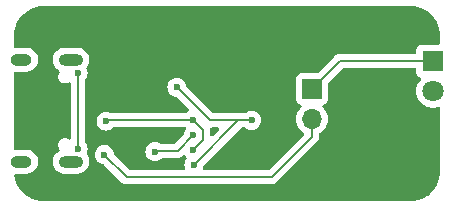
<source format=gbr>
%TF.GenerationSoftware,KiCad,Pcbnew,8.0.4*%
%TF.CreationDate,2024-08-19T16:14:03-07:00*%
%TF.ProjectId,LED flashlight,4c454420-666c-4617-9368-6c696768742e,rev?*%
%TF.SameCoordinates,Original*%
%TF.FileFunction,Copper,L2,Bot*%
%TF.FilePolarity,Positive*%
%FSLAX46Y46*%
G04 Gerber Fmt 4.6, Leading zero omitted, Abs format (unit mm)*
G04 Created by KiCad (PCBNEW 8.0.4) date 2024-08-19 16:14:03*
%MOMM*%
%LPD*%
G01*
G04 APERTURE LIST*
%TA.AperFunction,ComponentPad*%
%ADD10O,2.100000X1.000000*%
%TD*%
%TA.AperFunction,ComponentPad*%
%ADD11O,1.800000X1.000000*%
%TD*%
%TA.AperFunction,ComponentPad*%
%ADD12R,1.800000X1.800000*%
%TD*%
%TA.AperFunction,ComponentPad*%
%ADD13C,1.800000*%
%TD*%
%TA.AperFunction,ComponentPad*%
%ADD14R,1.700000X1.700000*%
%TD*%
%TA.AperFunction,ComponentPad*%
%ADD15O,1.700000X1.700000*%
%TD*%
%TA.AperFunction,ViaPad*%
%ADD16C,0.600000*%
%TD*%
%TA.AperFunction,Conductor*%
%ADD17C,0.200000*%
%TD*%
G04 APERTURE END LIST*
D10*
%TO.P,P1,S1,SHIELD*%
%TO.N,unconnected-(P1-SHIELD-PadS1)*%
X129105000Y-87950000D03*
D11*
X124925000Y-87950000D03*
D10*
X129105000Y-96590000D03*
D11*
X124925000Y-96590000D03*
%TD*%
D12*
%TO.P,D3,1,K*%
%TO.N,Net-(BT1-+)*%
X159755000Y-88065000D03*
D13*
%TO.P,D3,2,A*%
%TO.N,Net-(D3-A)*%
X159755000Y-90605000D03*
%TD*%
D14*
%TO.P,BT1,1,+*%
%TO.N,Net-(BT1-+)*%
X149520000Y-90425000D03*
D15*
%TO.P,BT1,2,-*%
%TO.N,Earth*%
X149520000Y-92965000D03*
%TD*%
D16*
%TO.N,Earth*%
X129725000Y-95470000D03*
X129725000Y-89070000D03*
X131947500Y-95990000D03*
X132085000Y-93150000D03*
X139460000Y-95620000D03*
X139430000Y-93030000D03*
%TO.N,Net-(D2-A)*%
X138080000Y-90280000D03*
X144410000Y-93080000D03*
X139520000Y-96860000D03*
%TO.N,Net-(U1-PROG)*%
X139460000Y-94350000D03*
X136220000Y-95730000D03*
%TD*%
D17*
%TO.N,Net-(BT1-+)*%
X151880000Y-88065000D02*
X149520000Y-90425000D01*
X159755000Y-88065000D02*
X151880000Y-88065000D01*
%TO.N,Earth*%
X129725000Y-89070000D02*
X129725000Y-95470000D01*
X133837500Y-97880000D02*
X131947500Y-95990000D01*
X146100000Y-97880000D02*
X133837500Y-97880000D01*
X149520000Y-94460000D02*
X146100000Y-97880000D01*
X149520000Y-92965000D02*
X149520000Y-94460000D01*
X132205000Y-93030000D02*
X132085000Y-93150000D01*
X139430000Y-93030000D02*
X132205000Y-93030000D01*
X139430000Y-93030000D02*
X140320000Y-93920000D01*
X140320000Y-94760000D02*
X139460000Y-95620000D01*
X140320000Y-93920000D02*
X140320000Y-94760000D01*
%TO.N,Net-(D2-A)*%
X140880000Y-93080000D02*
X138080000Y-90280000D01*
X144410000Y-93080000D02*
X140880000Y-93080000D01*
X143300000Y-93080000D02*
X144410000Y-93080000D01*
X139520000Y-96860000D02*
X143300000Y-93080000D01*
%TO.N,Net-(U1-PROG)*%
X136220000Y-95730000D02*
X136290000Y-95660000D01*
X136290000Y-95660000D02*
X138150000Y-95660000D01*
X138150000Y-95660000D02*
X139460000Y-94350000D01*
%TD*%
%TA.AperFunction,NonConductor*%
G36*
X141617942Y-93700185D02*
G01*
X141663697Y-93752989D01*
X141673641Y-93822147D01*
X141644616Y-93885703D01*
X141638584Y-93892181D01*
X141132181Y-94398584D01*
X141070858Y-94432069D01*
X141001166Y-94427085D01*
X140945233Y-94385213D01*
X140920816Y-94319749D01*
X140920500Y-94310903D01*
X140920500Y-93840945D01*
X140920500Y-93840943D01*
X140919334Y-93836591D01*
X140920997Y-93766744D01*
X140960159Y-93708881D01*
X141024388Y-93681377D01*
X141039109Y-93680500D01*
X141550903Y-93680500D01*
X141617942Y-93700185D01*
G37*
%TD.AperFunction*%
%TA.AperFunction,NonConductor*%
G36*
X157893736Y-83410726D02*
G01*
X158183796Y-83428271D01*
X158198659Y-83430076D01*
X158480798Y-83481780D01*
X158495335Y-83485363D01*
X158769172Y-83570695D01*
X158783163Y-83576000D01*
X159044743Y-83693727D01*
X159057989Y-83700680D01*
X159303465Y-83849075D01*
X159315776Y-83857573D01*
X159541573Y-84034473D01*
X159552781Y-84044403D01*
X159755596Y-84247218D01*
X159765526Y-84258426D01*
X159885481Y-84411538D01*
X159942422Y-84484217D01*
X159950928Y-84496540D01*
X160099316Y-84742004D01*
X160106275Y-84755263D01*
X160223997Y-85016831D01*
X160229306Y-85030832D01*
X160314635Y-85304663D01*
X160318219Y-85319201D01*
X160369923Y-85601340D01*
X160371728Y-85616205D01*
X160389274Y-85906263D01*
X160389500Y-85913750D01*
X160389500Y-86540500D01*
X160369815Y-86607539D01*
X160317011Y-86653294D01*
X160265500Y-86664500D01*
X158807129Y-86664500D01*
X158807123Y-86664501D01*
X158747516Y-86670908D01*
X158612671Y-86721202D01*
X158612664Y-86721206D01*
X158497455Y-86807452D01*
X158497452Y-86807455D01*
X158411206Y-86922664D01*
X158411202Y-86922671D01*
X158360908Y-87057517D01*
X158354501Y-87117116D01*
X158354500Y-87117135D01*
X158354500Y-87340500D01*
X158334815Y-87407539D01*
X158282011Y-87453294D01*
X158230500Y-87464500D01*
X151966669Y-87464500D01*
X151966653Y-87464499D01*
X151959057Y-87464499D01*
X151800943Y-87464499D01*
X151693587Y-87493265D01*
X151648210Y-87505424D01*
X151648209Y-87505425D01*
X151598096Y-87534359D01*
X151598095Y-87534360D01*
X151554689Y-87559420D01*
X151511285Y-87584479D01*
X151511282Y-87584481D01*
X151399478Y-87696286D01*
X150057582Y-89038181D01*
X149996259Y-89071666D01*
X149969901Y-89074500D01*
X148622129Y-89074500D01*
X148622123Y-89074501D01*
X148562516Y-89080908D01*
X148427671Y-89131202D01*
X148427664Y-89131206D01*
X148312455Y-89217452D01*
X148312452Y-89217455D01*
X148226206Y-89332664D01*
X148226202Y-89332671D01*
X148175908Y-89467517D01*
X148169501Y-89527116D01*
X148169500Y-89527135D01*
X148169500Y-91322870D01*
X148169501Y-91322876D01*
X148175908Y-91382483D01*
X148226202Y-91517328D01*
X148226206Y-91517335D01*
X148312452Y-91632544D01*
X148312455Y-91632547D01*
X148427664Y-91718793D01*
X148427671Y-91718797D01*
X148559081Y-91767810D01*
X148615015Y-91809681D01*
X148639432Y-91875145D01*
X148624580Y-91943418D01*
X148603430Y-91971673D01*
X148481503Y-92093600D01*
X148345965Y-92287169D01*
X148345964Y-92287171D01*
X148246098Y-92501335D01*
X148246094Y-92501344D01*
X148184938Y-92729586D01*
X148184936Y-92729596D01*
X148164341Y-92964999D01*
X148164341Y-92965000D01*
X148184936Y-93200403D01*
X148184938Y-93200413D01*
X148246094Y-93428655D01*
X148246096Y-93428659D01*
X148246097Y-93428663D01*
X148279140Y-93499523D01*
X148345965Y-93642830D01*
X148345967Y-93642834D01*
X148481501Y-93836395D01*
X148481506Y-93836402D01*
X148648597Y-94003493D01*
X148648603Y-94003498D01*
X148809083Y-94115867D01*
X148852708Y-94170444D01*
X148859902Y-94239942D01*
X148828379Y-94302297D01*
X148825641Y-94305123D01*
X145887584Y-97243181D01*
X145826261Y-97276666D01*
X145799903Y-97279500D01*
X140396065Y-97279500D01*
X140329026Y-97259815D01*
X140283271Y-97207011D01*
X140273327Y-97137853D01*
X140279023Y-97114546D01*
X140305367Y-97039257D01*
X140305368Y-97039255D01*
X140315161Y-96952329D01*
X140342226Y-96887918D01*
X140350690Y-96878543D01*
X143512416Y-93716819D01*
X143573739Y-93683334D01*
X143600097Y-93680500D01*
X143827588Y-93680500D01*
X143894627Y-93700185D01*
X143904903Y-93707555D01*
X143907736Y-93709814D01*
X143907738Y-93709816D01*
X144060478Y-93805789D01*
X144230745Y-93865368D01*
X144230750Y-93865369D01*
X144409996Y-93885565D01*
X144410000Y-93885565D01*
X144410004Y-93885565D01*
X144589249Y-93865369D01*
X144589252Y-93865368D01*
X144589255Y-93865368D01*
X144759522Y-93805789D01*
X144912262Y-93709816D01*
X145039816Y-93582262D01*
X145135789Y-93429522D01*
X145195368Y-93259255D01*
X145201998Y-93200413D01*
X145215565Y-93080003D01*
X145215565Y-93079996D01*
X145195369Y-92900750D01*
X145195368Y-92900745D01*
X145135788Y-92730476D01*
X145039815Y-92577737D01*
X144912262Y-92450184D01*
X144759523Y-92354211D01*
X144589254Y-92294631D01*
X144589249Y-92294630D01*
X144410004Y-92274435D01*
X144409996Y-92274435D01*
X144230750Y-92294630D01*
X144230745Y-92294631D01*
X144060476Y-92354211D01*
X143907736Y-92450185D01*
X143904903Y-92452445D01*
X143902724Y-92453334D01*
X143901842Y-92453889D01*
X143901744Y-92453734D01*
X143840217Y-92478855D01*
X143827588Y-92479500D01*
X141180097Y-92479500D01*
X141113058Y-92459815D01*
X141092416Y-92443181D01*
X138910700Y-90261465D01*
X138877215Y-90200142D01*
X138875163Y-90187686D01*
X138865368Y-90100745D01*
X138805789Y-89930478D01*
X138709816Y-89777738D01*
X138582262Y-89650184D01*
X138525201Y-89614330D01*
X138429523Y-89554211D01*
X138259254Y-89494631D01*
X138259249Y-89494630D01*
X138080004Y-89474435D01*
X138079996Y-89474435D01*
X137900750Y-89494630D01*
X137900745Y-89494631D01*
X137730476Y-89554211D01*
X137577737Y-89650184D01*
X137450184Y-89777737D01*
X137354211Y-89930476D01*
X137294631Y-90100745D01*
X137294630Y-90100750D01*
X137274435Y-90279996D01*
X137274435Y-90280003D01*
X137294630Y-90459249D01*
X137294631Y-90459254D01*
X137354211Y-90629523D01*
X137450184Y-90782262D01*
X137577738Y-90909816D01*
X137730478Y-91005789D01*
X137900745Y-91065368D01*
X137987669Y-91075161D01*
X138052080Y-91102226D01*
X138061465Y-91110700D01*
X139077692Y-92126927D01*
X139111177Y-92188250D01*
X139106193Y-92257942D01*
X139064321Y-92313875D01*
X139055983Y-92319602D01*
X138927736Y-92400185D01*
X138924903Y-92402445D01*
X138922724Y-92403334D01*
X138921842Y-92403889D01*
X138921744Y-92403734D01*
X138860217Y-92428855D01*
X138847588Y-92429500D01*
X132470705Y-92429500D01*
X132429750Y-92422541D01*
X132264262Y-92364633D01*
X132264249Y-92364630D01*
X132085004Y-92344435D01*
X132084996Y-92344435D01*
X131905750Y-92364630D01*
X131905745Y-92364631D01*
X131735476Y-92424211D01*
X131582737Y-92520184D01*
X131455184Y-92647737D01*
X131359211Y-92800476D01*
X131299631Y-92970745D01*
X131299630Y-92970750D01*
X131279435Y-93149996D01*
X131279435Y-93150003D01*
X131299630Y-93329249D01*
X131299631Y-93329254D01*
X131359211Y-93499523D01*
X131411200Y-93582262D01*
X131455184Y-93652262D01*
X131582738Y-93779816D01*
X131624072Y-93805788D01*
X131718894Y-93865369D01*
X131735478Y-93875789D01*
X131763811Y-93885703D01*
X131905745Y-93935368D01*
X131905750Y-93935369D01*
X132084996Y-93955565D01*
X132085000Y-93955565D01*
X132085004Y-93955565D01*
X132264249Y-93935369D01*
X132264252Y-93935368D01*
X132264255Y-93935368D01*
X132434522Y-93875789D01*
X132587262Y-93779816D01*
X132700259Y-93666819D01*
X132761582Y-93633334D01*
X132787940Y-93630500D01*
X138748060Y-93630500D01*
X138815099Y-93650185D01*
X138860854Y-93702989D01*
X138870798Y-93772147D01*
X138841773Y-93835703D01*
X138835741Y-93842181D01*
X138830184Y-93847737D01*
X138734210Y-94000478D01*
X138674630Y-94170750D01*
X138664837Y-94257668D01*
X138637770Y-94322082D01*
X138629298Y-94331465D01*
X137937584Y-95023181D01*
X137876261Y-95056666D01*
X137849903Y-95059500D01*
X136693238Y-95059500D01*
X136627266Y-95040494D01*
X136569522Y-95004211D01*
X136399254Y-94944631D01*
X136399249Y-94944630D01*
X136220004Y-94924435D01*
X136219996Y-94924435D01*
X136040750Y-94944630D01*
X136040745Y-94944631D01*
X135870476Y-95004211D01*
X135717737Y-95100184D01*
X135590184Y-95227737D01*
X135494211Y-95380476D01*
X135434631Y-95550745D01*
X135434630Y-95550750D01*
X135414435Y-95729996D01*
X135414435Y-95730003D01*
X135434630Y-95909249D01*
X135434631Y-95909254D01*
X135494211Y-96079523D01*
X135564032Y-96190642D01*
X135590184Y-96232262D01*
X135717738Y-96359816D01*
X135870478Y-96455789D01*
X136026770Y-96510478D01*
X136040745Y-96515368D01*
X136040750Y-96515369D01*
X136219996Y-96535565D01*
X136220000Y-96535565D01*
X136220004Y-96535565D01*
X136399249Y-96515369D01*
X136399252Y-96515368D01*
X136399255Y-96515368D01*
X136569522Y-96455789D01*
X136722262Y-96359816D01*
X136785259Y-96296819D01*
X136846582Y-96263334D01*
X136872940Y-96260500D01*
X138063331Y-96260500D01*
X138063347Y-96260501D01*
X138070943Y-96260501D01*
X138229054Y-96260501D01*
X138229057Y-96260501D01*
X138381785Y-96219577D01*
X138431904Y-96190639D01*
X138518716Y-96140520D01*
X138607092Y-96052143D01*
X138668413Y-96018659D01*
X138738104Y-96023643D01*
X138794038Y-96065514D01*
X138799765Y-96073852D01*
X138830182Y-96122259D01*
X138830184Y-96122262D01*
X138890240Y-96182318D01*
X138923725Y-96243641D01*
X138918741Y-96313333D01*
X138893985Y-96351857D01*
X138894528Y-96352290D01*
X138890298Y-96357594D01*
X138890249Y-96357671D01*
X138890190Y-96357729D01*
X138890186Y-96357734D01*
X138794211Y-96510476D01*
X138734631Y-96680745D01*
X138734630Y-96680750D01*
X138714435Y-96859996D01*
X138714435Y-96860003D01*
X138734630Y-97039249D01*
X138734632Y-97039257D01*
X138760977Y-97114546D01*
X138764538Y-97184324D01*
X138729809Y-97244952D01*
X138667816Y-97277179D01*
X138643935Y-97279500D01*
X134137598Y-97279500D01*
X134070559Y-97259815D01*
X134049917Y-97243181D01*
X132778200Y-95971465D01*
X132744715Y-95910142D01*
X132742663Y-95897686D01*
X132732868Y-95810745D01*
X132673289Y-95640478D01*
X132577316Y-95487738D01*
X132449762Y-95360184D01*
X132339251Y-95290745D01*
X132297023Y-95264211D01*
X132126754Y-95204631D01*
X132126749Y-95204630D01*
X131947504Y-95184435D01*
X131947496Y-95184435D01*
X131768250Y-95204630D01*
X131768245Y-95204631D01*
X131597976Y-95264211D01*
X131445237Y-95360184D01*
X131317684Y-95487737D01*
X131221711Y-95640476D01*
X131162131Y-95810745D01*
X131162130Y-95810750D01*
X131141935Y-95989996D01*
X131141935Y-95990003D01*
X131162130Y-96169249D01*
X131162131Y-96169254D01*
X131221711Y-96339523D01*
X131294766Y-96455788D01*
X131317684Y-96492262D01*
X131445238Y-96619816D01*
X131597978Y-96715789D01*
X131768245Y-96775368D01*
X131855169Y-96785161D01*
X131919580Y-96812226D01*
X131928964Y-96820699D01*
X133468784Y-98360520D01*
X133468786Y-98360521D01*
X133468790Y-98360524D01*
X133605709Y-98439573D01*
X133605716Y-98439577D01*
X133758443Y-98480501D01*
X133758445Y-98480501D01*
X133924154Y-98480501D01*
X133924170Y-98480500D01*
X146013331Y-98480500D01*
X146013347Y-98480501D01*
X146020943Y-98480501D01*
X146179054Y-98480501D01*
X146179057Y-98480501D01*
X146331785Y-98439577D01*
X146381904Y-98410639D01*
X146468716Y-98360520D01*
X146580520Y-98248716D01*
X146580520Y-98248714D01*
X146590728Y-98238507D01*
X146590730Y-98238504D01*
X149878506Y-94950728D01*
X149878511Y-94950724D01*
X149888714Y-94940520D01*
X149888716Y-94940520D01*
X150000520Y-94828716D01*
X150079577Y-94691784D01*
X150120500Y-94539057D01*
X150120500Y-94254090D01*
X150140185Y-94187051D01*
X150192101Y-94141706D01*
X150197830Y-94139035D01*
X150391401Y-94003495D01*
X150558495Y-93836401D01*
X150694035Y-93642830D01*
X150793903Y-93428663D01*
X150855063Y-93200408D01*
X150875659Y-92965000D01*
X150855063Y-92729592D01*
X150793903Y-92501337D01*
X150694035Y-92287171D01*
X150685117Y-92274435D01*
X150558496Y-92093600D01*
X150506475Y-92041579D01*
X150436567Y-91971671D01*
X150403084Y-91910351D01*
X150408068Y-91840659D01*
X150449939Y-91784725D01*
X150480915Y-91767810D01*
X150612331Y-91718796D01*
X150727546Y-91632546D01*
X150813796Y-91517331D01*
X150864091Y-91382483D01*
X150870500Y-91322873D01*
X150870499Y-89975095D01*
X150890184Y-89908057D01*
X150906813Y-89887420D01*
X152092416Y-88701819D01*
X152153739Y-88668334D01*
X152180097Y-88665500D01*
X158230501Y-88665500D01*
X158297540Y-88685185D01*
X158343295Y-88737989D01*
X158354501Y-88789500D01*
X158354501Y-89012876D01*
X158360908Y-89072483D01*
X158411202Y-89207328D01*
X158411206Y-89207335D01*
X158497452Y-89322544D01*
X158497455Y-89322547D01*
X158612664Y-89408793D01*
X158612673Y-89408798D01*
X158692904Y-89438722D01*
X158748838Y-89480593D01*
X158773256Y-89546057D01*
X158758405Y-89614330D01*
X158740802Y-89638886D01*
X158646019Y-89741849D01*
X158519075Y-89936151D01*
X158425842Y-90148699D01*
X158368866Y-90373691D01*
X158368864Y-90373702D01*
X158349700Y-90604993D01*
X158349700Y-90605006D01*
X158368864Y-90836297D01*
X158368866Y-90836308D01*
X158425842Y-91061300D01*
X158519075Y-91273848D01*
X158646016Y-91468147D01*
X158646019Y-91468151D01*
X158646021Y-91468153D01*
X158803216Y-91638913D01*
X158803219Y-91638915D01*
X158803222Y-91638918D01*
X158986365Y-91781464D01*
X158986371Y-91781468D01*
X158986374Y-91781470D01*
X159190497Y-91891936D01*
X159275589Y-91921148D01*
X159410015Y-91967297D01*
X159410017Y-91967297D01*
X159410019Y-91967298D01*
X159638951Y-92005500D01*
X159638952Y-92005500D01*
X159871048Y-92005500D01*
X159871049Y-92005500D01*
X160099981Y-91967298D01*
X160099984Y-91967297D01*
X160225237Y-91924298D01*
X160295036Y-91921148D01*
X160355457Y-91956234D01*
X160387318Y-92018417D01*
X160389500Y-92041579D01*
X160389500Y-97396249D01*
X160389274Y-97403736D01*
X160371728Y-97693794D01*
X160369923Y-97708659D01*
X160318219Y-97990798D01*
X160314635Y-98005336D01*
X160229306Y-98279167D01*
X160223997Y-98293168D01*
X160106275Y-98554736D01*
X160099316Y-98567995D01*
X159950928Y-98813459D01*
X159942422Y-98825782D01*
X159765526Y-99051573D01*
X159755596Y-99062781D01*
X159552781Y-99265596D01*
X159541573Y-99275526D01*
X159315782Y-99452422D01*
X159303459Y-99460928D01*
X159057995Y-99609316D01*
X159044736Y-99616275D01*
X158783168Y-99733997D01*
X158769167Y-99739306D01*
X158495336Y-99824635D01*
X158480798Y-99828219D01*
X158198659Y-99879923D01*
X158183794Y-99881728D01*
X157893736Y-99899274D01*
X157886249Y-99899500D01*
X126783751Y-99899500D01*
X126776264Y-99899274D01*
X126486205Y-99881728D01*
X126471340Y-99879923D01*
X126189201Y-99828219D01*
X126174663Y-99824635D01*
X125900832Y-99739306D01*
X125886831Y-99733997D01*
X125625263Y-99616275D01*
X125612004Y-99609316D01*
X125366540Y-99460928D01*
X125354217Y-99452422D01*
X125128426Y-99275526D01*
X125117218Y-99265596D01*
X124914403Y-99062781D01*
X124904473Y-99051573D01*
X124727573Y-98825776D01*
X124719075Y-98813465D01*
X124570680Y-98567989D01*
X124563727Y-98554743D01*
X124446000Y-98293163D01*
X124440693Y-98279167D01*
X124355364Y-98005336D01*
X124351780Y-97990797D01*
X124305243Y-97736851D01*
X124312521Y-97667362D01*
X124356213Y-97612838D01*
X124422446Y-97590592D01*
X124427212Y-97590500D01*
X125423543Y-97590500D01*
X125559614Y-97563433D01*
X125616835Y-97552051D01*
X125798914Y-97476632D01*
X125962782Y-97367139D01*
X126102139Y-97227782D01*
X126211632Y-97063914D01*
X126221849Y-97039249D01*
X126287049Y-96881839D01*
X126287051Y-96881835D01*
X126325500Y-96688541D01*
X126325500Y-96491459D01*
X126325500Y-96491456D01*
X126287052Y-96298170D01*
X126287051Y-96298169D01*
X126287051Y-96298165D01*
X126287049Y-96298160D01*
X126211635Y-96116092D01*
X126211628Y-96116079D01*
X126102139Y-95952218D01*
X126102136Y-95952214D01*
X125962785Y-95812863D01*
X125962781Y-95812860D01*
X125798920Y-95703371D01*
X125798907Y-95703364D01*
X125616839Y-95627950D01*
X125616829Y-95627947D01*
X125423543Y-95589500D01*
X125423541Y-95589500D01*
X124426459Y-95589500D01*
X124426458Y-95589500D01*
X124420396Y-95590097D01*
X124420219Y-95588301D01*
X124359084Y-95582822D01*
X124303912Y-95539951D01*
X124280677Y-95474058D01*
X124280500Y-95467438D01*
X124280500Y-89072561D01*
X124300185Y-89005522D01*
X124352989Y-88959767D01*
X124420376Y-88950077D01*
X124420394Y-88949903D01*
X124421104Y-88949972D01*
X124422147Y-88949823D01*
X124425612Y-88950416D01*
X124426457Y-88950500D01*
X124426459Y-88950500D01*
X125423543Y-88950500D01*
X125579462Y-88919485D01*
X125616835Y-88912051D01*
X125798914Y-88836632D01*
X125962782Y-88727139D01*
X126102139Y-88587782D01*
X126211632Y-88423914D01*
X126287051Y-88241835D01*
X126325500Y-88048543D01*
X127554499Y-88048543D01*
X127592947Y-88241829D01*
X127592950Y-88241839D01*
X127668364Y-88423907D01*
X127668371Y-88423920D01*
X127777860Y-88587781D01*
X127777863Y-88587785D01*
X127917214Y-88727136D01*
X127917218Y-88727139D01*
X128081079Y-88836628D01*
X128081083Y-88836630D01*
X128081086Y-88836632D01*
X128090523Y-88840541D01*
X128144927Y-88884378D01*
X128166995Y-88950672D01*
X128149719Y-89018372D01*
X128146565Y-89023032D01*
X128068719Y-89157863D01*
X128044231Y-89249255D01*
X128029500Y-89304234D01*
X128029500Y-89455766D01*
X128039914Y-89494631D01*
X128068719Y-89602136D01*
X128106602Y-89667750D01*
X128144485Y-89733365D01*
X128251635Y-89840515D01*
X128382865Y-89916281D01*
X128529234Y-89955500D01*
X128529236Y-89955500D01*
X128680764Y-89955500D01*
X128680766Y-89955500D01*
X128827135Y-89916281D01*
X128938501Y-89851983D01*
X129006399Y-89835511D01*
X129072426Y-89858363D01*
X129115617Y-89913284D01*
X129124500Y-89959371D01*
X129124500Y-94580628D01*
X129104815Y-94647667D01*
X129052011Y-94693422D01*
X128982853Y-94703366D01*
X128938500Y-94688015D01*
X128827138Y-94623720D01*
X128827135Y-94623719D01*
X128680766Y-94584500D01*
X128529234Y-94584500D01*
X128382863Y-94623719D01*
X128251635Y-94699485D01*
X128251632Y-94699487D01*
X128144487Y-94806632D01*
X128144485Y-94806635D01*
X128068719Y-94937863D01*
X128029500Y-95084234D01*
X128029500Y-95235765D01*
X128068719Y-95382136D01*
X128108153Y-95450437D01*
X128144485Y-95513365D01*
X128144486Y-95513366D01*
X128148549Y-95520403D01*
X128146220Y-95521747D01*
X128166645Y-95574584D01*
X128152603Y-95643029D01*
X128103787Y-95693016D01*
X128090528Y-95699456D01*
X128081094Y-95703363D01*
X128081079Y-95703371D01*
X127917218Y-95812860D01*
X127917214Y-95812863D01*
X127777863Y-95952214D01*
X127777860Y-95952218D01*
X127668371Y-96116079D01*
X127668364Y-96116092D01*
X127592950Y-96298160D01*
X127592947Y-96298170D01*
X127554500Y-96491456D01*
X127554500Y-96491459D01*
X127554500Y-96688541D01*
X127554500Y-96688543D01*
X127554499Y-96688543D01*
X127592947Y-96881829D01*
X127592950Y-96881839D01*
X127668364Y-97063907D01*
X127668371Y-97063920D01*
X127777860Y-97227781D01*
X127777863Y-97227785D01*
X127917214Y-97367136D01*
X127917218Y-97367139D01*
X128081079Y-97476628D01*
X128081092Y-97476635D01*
X128263160Y-97552049D01*
X128263165Y-97552051D01*
X128263169Y-97552051D01*
X128263170Y-97552052D01*
X128456456Y-97590500D01*
X128456459Y-97590500D01*
X129753543Y-97590500D01*
X129889614Y-97563433D01*
X129946835Y-97552051D01*
X130128914Y-97476632D01*
X130292782Y-97367139D01*
X130432139Y-97227782D01*
X130541632Y-97063914D01*
X130551849Y-97039249D01*
X130617049Y-96881839D01*
X130617051Y-96881835D01*
X130655500Y-96688541D01*
X130655500Y-96491459D01*
X130655500Y-96491456D01*
X130617052Y-96298170D01*
X130617051Y-96298169D01*
X130617051Y-96298165D01*
X130617049Y-96298160D01*
X130541635Y-96116092D01*
X130541628Y-96116079D01*
X130443427Y-95969111D01*
X130422549Y-95902433D01*
X130441034Y-95835053D01*
X130441411Y-95834445D01*
X130450789Y-95819522D01*
X130491433Y-95703368D01*
X130510366Y-95649262D01*
X130510369Y-95649249D01*
X130530565Y-95470003D01*
X130530565Y-95469996D01*
X130510369Y-95290750D01*
X130510368Y-95290745D01*
X130488321Y-95227738D01*
X130450789Y-95120478D01*
X130438037Y-95100184D01*
X130389653Y-95023181D01*
X130354816Y-94967738D01*
X130354814Y-94967736D01*
X130354813Y-94967734D01*
X130352550Y-94964896D01*
X130351659Y-94962715D01*
X130351111Y-94961842D01*
X130351264Y-94961745D01*
X130326144Y-94900209D01*
X130325500Y-94887587D01*
X130325500Y-89652412D01*
X130345185Y-89585373D01*
X130352555Y-89575097D01*
X130354810Y-89572267D01*
X130354816Y-89572262D01*
X130450789Y-89419522D01*
X130510368Y-89249255D01*
X130513951Y-89217454D01*
X130530565Y-89070003D01*
X130530565Y-89069996D01*
X130510369Y-88890750D01*
X130510368Y-88890745D01*
X130508140Y-88884378D01*
X130450789Y-88720478D01*
X130441535Y-88705750D01*
X130422535Y-88638513D01*
X130442903Y-88571678D01*
X130443427Y-88570888D01*
X130541628Y-88423920D01*
X130541628Y-88423919D01*
X130541632Y-88423914D01*
X130617051Y-88241835D01*
X130655500Y-88048541D01*
X130655500Y-87851459D01*
X130655500Y-87851456D01*
X130617052Y-87658170D01*
X130617051Y-87658169D01*
X130617051Y-87658165D01*
X130617049Y-87658160D01*
X130541635Y-87476092D01*
X130541628Y-87476079D01*
X130432139Y-87312218D01*
X130432136Y-87312214D01*
X130292785Y-87172863D01*
X130292781Y-87172860D01*
X130128920Y-87063371D01*
X130128907Y-87063364D01*
X129946839Y-86987950D01*
X129946829Y-86987947D01*
X129753543Y-86949500D01*
X129753541Y-86949500D01*
X128456459Y-86949500D01*
X128456457Y-86949500D01*
X128263170Y-86987947D01*
X128263160Y-86987950D01*
X128081092Y-87063364D01*
X128081079Y-87063371D01*
X127917218Y-87172860D01*
X127917214Y-87172863D01*
X127777863Y-87312214D01*
X127777860Y-87312218D01*
X127668371Y-87476079D01*
X127668364Y-87476092D01*
X127592950Y-87658160D01*
X127592947Y-87658170D01*
X127554500Y-87851456D01*
X127554500Y-87851459D01*
X127554500Y-88048541D01*
X127554500Y-88048543D01*
X127554499Y-88048543D01*
X126325500Y-88048543D01*
X126325500Y-88048541D01*
X126325500Y-87851459D01*
X126325500Y-87851456D01*
X126287052Y-87658170D01*
X126287051Y-87658169D01*
X126287051Y-87658165D01*
X126287049Y-87658160D01*
X126211635Y-87476092D01*
X126211628Y-87476079D01*
X126102139Y-87312218D01*
X126102136Y-87312214D01*
X125962785Y-87172863D01*
X125962781Y-87172860D01*
X125798920Y-87063371D01*
X125798907Y-87063364D01*
X125616839Y-86987950D01*
X125616829Y-86987947D01*
X125423543Y-86949500D01*
X125423541Y-86949500D01*
X124426459Y-86949500D01*
X124426458Y-86949500D01*
X124420396Y-86950097D01*
X124420219Y-86948301D01*
X124359084Y-86942822D01*
X124303912Y-86899951D01*
X124280677Y-86834058D01*
X124280500Y-86827438D01*
X124280500Y-85913750D01*
X124280726Y-85906263D01*
X124298271Y-85616205D01*
X124300076Y-85601340D01*
X124351780Y-85319201D01*
X124355364Y-85304663D01*
X124432096Y-85058422D01*
X124440696Y-85030822D01*
X124445998Y-85016841D01*
X124563731Y-84755249D01*
X124570676Y-84742016D01*
X124719080Y-84496526D01*
X124727567Y-84484230D01*
X124904480Y-84258417D01*
X124914395Y-84247226D01*
X125117226Y-84044395D01*
X125128417Y-84034480D01*
X125354230Y-83857567D01*
X125366526Y-83849080D01*
X125612016Y-83700676D01*
X125625249Y-83693731D01*
X125886841Y-83575998D01*
X125900822Y-83570696D01*
X126174668Y-83485362D01*
X126189197Y-83481780D01*
X126471344Y-83430075D01*
X126486201Y-83428271D01*
X126776264Y-83410726D01*
X126783751Y-83410500D01*
X126845892Y-83410500D01*
X157824108Y-83410500D01*
X157886249Y-83410500D01*
X157893736Y-83410726D01*
G37*
%TD.AperFunction*%
M02*

</source>
